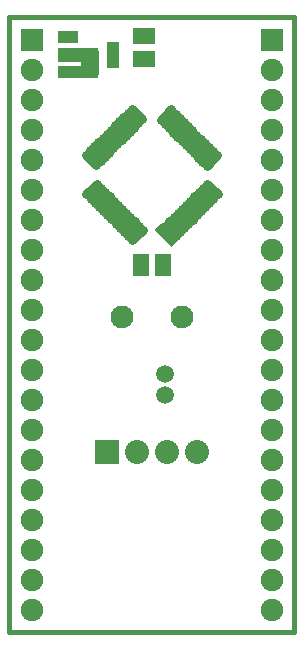
<source format=gts>
G04 (created by PCBNEW-RS274X (2012-01-19 BZR 3256)-stable) date 2/20/2012 8:09:15 PM*
G01*
G70*
G90*
%MOIN*%
G04 Gerber Fmt 3.4, Leading zero omitted, Abs format*
%FSLAX34Y34*%
G04 APERTURE LIST*
%ADD10C,0.006000*%
%ADD11C,0.015000*%
%ADD12R,0.075000X0.075000*%
%ADD13C,0.075000*%
%ADD14R,0.080000X0.080000*%
%ADD15C,0.080000*%
%ADD16C,0.076000*%
%ADD17C,0.059400*%
%ADD18R,0.075000X0.055000*%
%ADD19C,0.029800*%
%ADD20R,0.067200X0.040000*%
%ADD21R,0.138100X0.040000*%
%ADD22R,0.138100X0.047600*%
%ADD23R,0.043600X0.090900*%
%ADD24R,0.063300X0.047600*%
%ADD25R,0.055000X0.075000*%
G04 APERTURE END LIST*
G54D10*
G54D11*
X28250Y-42500D02*
X28250Y-22000D01*
X37750Y-42500D02*
X28250Y-42500D01*
X37750Y-22000D02*
X37750Y-42500D01*
X28250Y-22000D02*
X37750Y-22000D01*
G54D12*
X37000Y-22750D03*
G54D13*
X37000Y-23750D03*
X37000Y-24750D03*
X37000Y-25750D03*
X37000Y-26750D03*
X37000Y-27750D03*
X37000Y-28750D03*
X37000Y-29750D03*
X37000Y-30750D03*
X37000Y-31750D03*
X37000Y-32750D03*
X37000Y-33750D03*
X37000Y-34750D03*
X37000Y-35750D03*
X37000Y-36750D03*
X37000Y-37750D03*
X37000Y-38750D03*
X37000Y-39750D03*
X37000Y-40750D03*
X37000Y-41750D03*
G54D12*
X29000Y-22750D03*
G54D13*
X29000Y-23750D03*
X29000Y-24750D03*
X29000Y-25750D03*
X29000Y-26750D03*
X29000Y-27750D03*
X29000Y-28750D03*
X29000Y-29750D03*
X29000Y-30750D03*
X29000Y-31750D03*
X29000Y-32750D03*
X29000Y-33750D03*
X29000Y-34750D03*
X29000Y-35750D03*
X29000Y-36750D03*
X29000Y-37750D03*
X29000Y-38750D03*
X29000Y-39750D03*
X29000Y-40750D03*
X29000Y-41750D03*
G54D14*
X31500Y-36500D03*
G54D15*
X32500Y-36500D03*
X33500Y-36500D03*
X34500Y-36500D03*
G54D16*
X32000Y-32000D03*
X34000Y-32000D03*
G54D17*
X33447Y-33896D03*
X33447Y-34604D03*
G54D18*
X32750Y-23375D03*
X32750Y-22625D03*
G54D10*
G36*
X33656Y-29648D02*
X33091Y-29083D01*
X33302Y-28872D01*
X33867Y-29437D01*
X33656Y-29648D01*
X33656Y-29648D01*
G37*
G54D19*
X33441Y-28944D02*
X33795Y-29298D01*
X33580Y-28805D02*
X33934Y-29159D01*
X33720Y-28665D02*
X34074Y-29019D01*
X33859Y-28526D02*
X34213Y-28880D01*
X33998Y-28388D02*
X34352Y-28742D01*
X34137Y-28248D02*
X34491Y-28602D01*
X34276Y-28109D02*
X34630Y-28463D01*
X34415Y-27970D02*
X34769Y-28324D01*
X34555Y-27830D02*
X34909Y-28184D01*
X34694Y-27691D02*
X35048Y-28045D01*
X34833Y-27552D02*
X35187Y-27906D01*
X34823Y-26959D02*
X35177Y-26605D01*
X34683Y-26820D02*
X35037Y-26466D01*
X34544Y-26680D02*
X34898Y-26326D01*
X34405Y-26541D02*
X34759Y-26187D01*
X34265Y-26402D02*
X34619Y-26048D01*
X34127Y-26263D02*
X34481Y-25909D01*
X33988Y-26124D02*
X34342Y-25770D01*
X33848Y-25985D02*
X34202Y-25631D01*
X33709Y-25845D02*
X34063Y-25491D01*
X33570Y-25706D02*
X33924Y-25352D01*
X33430Y-25567D02*
X33784Y-25213D01*
X33292Y-25428D02*
X33646Y-25074D01*
X32327Y-25046D02*
X32681Y-25400D01*
X32188Y-25185D02*
X32542Y-25539D01*
X32049Y-25324D02*
X32403Y-25678D01*
X31909Y-25464D02*
X32263Y-25818D01*
X31770Y-25603D02*
X32124Y-25957D01*
X31632Y-25742D02*
X31986Y-26096D01*
X31492Y-25881D02*
X31846Y-26235D01*
X31353Y-26020D02*
X31707Y-26374D01*
X31214Y-26159D02*
X31568Y-26513D01*
X31074Y-26299D02*
X31428Y-26653D01*
X30935Y-26438D02*
X31289Y-26792D01*
X30796Y-26577D02*
X31150Y-26931D01*
X30813Y-27906D02*
X31167Y-27552D01*
X30952Y-28045D02*
X31306Y-27691D01*
X31231Y-28324D02*
X31585Y-27970D01*
X31086Y-28189D02*
X31440Y-27835D01*
X31370Y-28463D02*
X31724Y-28109D01*
X31508Y-28602D02*
X31862Y-28248D01*
X31648Y-28741D02*
X32002Y-28387D01*
X31787Y-28880D02*
X32141Y-28526D01*
X31926Y-29019D02*
X32280Y-28665D01*
X32066Y-29159D02*
X32420Y-28805D01*
X32203Y-29296D02*
X32557Y-28942D01*
X32342Y-29435D02*
X32696Y-29081D01*
G54D20*
X30193Y-22659D03*
G54D21*
X30547Y-23841D03*
G54D22*
X30547Y-23250D03*
G54D23*
X31689Y-23250D03*
G54D24*
X30921Y-23703D03*
X30921Y-23348D03*
G54D25*
X32625Y-30250D03*
X33375Y-30250D03*
M02*

</source>
